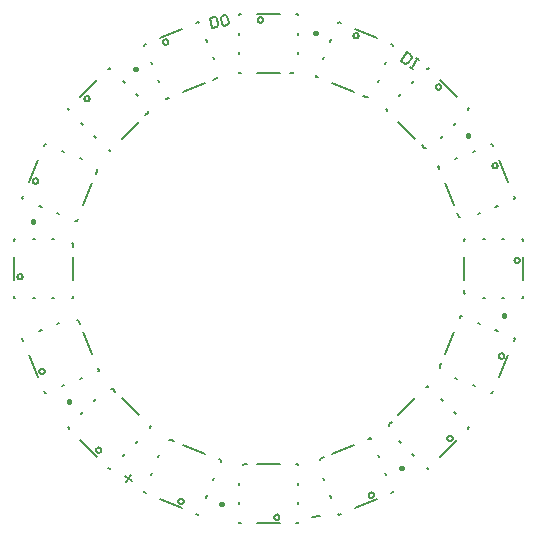
<source format=gto>
G75*
%MOIN*%
%OFA0B0*%
%FSLAX24Y24*%
%IPPOS*%
%LPD*%
%AMOC8*
5,1,8,0,0,1.08239X$1,22.5*
%
%ADD10C,0.0080*%
%ADD11C,0.0079*%
%ADD12C,0.0160*%
%ADD13C,0.0060*%
D10*
X002626Y003182D02*
X003182Y002626D01*
X003150Y002848D02*
X003152Y002866D01*
X003158Y002884D01*
X003167Y002900D01*
X003179Y002913D01*
X003194Y002924D01*
X003211Y002932D01*
X003229Y002936D01*
X003247Y002936D01*
X003265Y002932D01*
X003282Y002924D01*
X003297Y002913D01*
X003309Y002900D01*
X003318Y002884D01*
X003324Y002866D01*
X003326Y002848D01*
X003324Y002830D01*
X003318Y002812D01*
X003309Y002796D01*
X003297Y002783D01*
X003282Y002772D01*
X003265Y002764D01*
X003247Y002760D01*
X003229Y002760D01*
X003211Y002764D01*
X003194Y002772D01*
X003179Y002783D01*
X003167Y002796D01*
X003158Y002812D01*
X003152Y002830D01*
X003150Y002848D01*
X004045Y002653D02*
X004101Y002709D01*
X004491Y003099D02*
X004547Y003155D01*
X005256Y002674D02*
X005226Y002601D01*
X005015Y002092D02*
X004985Y002019D01*
X004354Y001824D02*
X004121Y001979D01*
X004160Y001785D02*
X004315Y002018D01*
X005290Y001211D02*
X006017Y000910D01*
X005895Y001137D02*
X005897Y001155D01*
X005903Y001173D01*
X005912Y001189D01*
X005924Y001202D01*
X005939Y001213D01*
X005956Y001221D01*
X005974Y001225D01*
X005992Y001225D01*
X006010Y001221D01*
X006027Y001213D01*
X006042Y001202D01*
X006054Y001189D01*
X006063Y001173D01*
X006069Y001155D01*
X006071Y001137D01*
X006069Y001119D01*
X006063Y001101D01*
X006054Y001085D01*
X006042Y001072D01*
X006027Y001061D01*
X006010Y001053D01*
X005992Y001049D01*
X005974Y001049D01*
X005956Y001053D01*
X005939Y001061D01*
X005924Y001072D01*
X005912Y001085D01*
X005903Y001101D01*
X005897Y001119D01*
X005895Y001137D01*
X006804Y001266D02*
X006834Y001339D01*
X007045Y001848D02*
X007075Y001921D01*
X007916Y001754D02*
X007916Y001676D01*
X007916Y001124D02*
X007916Y001046D01*
X008506Y000416D02*
X009294Y000416D01*
X009088Y000613D02*
X009090Y000631D01*
X009096Y000649D01*
X009105Y000665D01*
X009117Y000678D01*
X009132Y000689D01*
X009149Y000697D01*
X009167Y000701D01*
X009185Y000701D01*
X009203Y000697D01*
X009220Y000689D01*
X009235Y000678D01*
X009247Y000665D01*
X009256Y000649D01*
X009262Y000631D01*
X009264Y000613D01*
X009262Y000595D01*
X009256Y000577D01*
X009247Y000561D01*
X009235Y000548D01*
X009220Y000537D01*
X009203Y000529D01*
X009185Y000525D01*
X009167Y000525D01*
X009149Y000529D01*
X009132Y000537D01*
X009117Y000548D01*
X009105Y000561D01*
X009096Y000577D01*
X009090Y000595D01*
X009088Y000613D01*
X009884Y001046D02*
X009884Y001124D01*
X009884Y001676D02*
X009884Y001754D01*
X009294Y002384D02*
X008506Y002384D01*
X006770Y002729D02*
X006043Y003030D01*
X004574Y004018D02*
X004018Y004574D01*
X003155Y004547D02*
X003099Y004491D01*
X002709Y004101D02*
X002653Y004045D01*
X002092Y005015D02*
X002019Y004985D01*
X002601Y005226D02*
X002674Y005256D01*
X003030Y006043D02*
X002729Y006770D01*
X001921Y007075D02*
X001848Y007045D01*
X001339Y006834D02*
X001266Y006804D01*
X000910Y006017D02*
X001211Y005290D01*
X001260Y005474D02*
X001262Y005492D01*
X001268Y005510D01*
X001277Y005526D01*
X001289Y005539D01*
X001304Y005550D01*
X001321Y005558D01*
X001339Y005562D01*
X001357Y005562D01*
X001375Y005558D01*
X001392Y005550D01*
X001407Y005539D01*
X001419Y005526D01*
X001428Y005510D01*
X001434Y005492D01*
X001436Y005474D01*
X001434Y005456D01*
X001428Y005438D01*
X001419Y005422D01*
X001407Y005409D01*
X001392Y005398D01*
X001375Y005390D01*
X001357Y005386D01*
X001339Y005386D01*
X001321Y005390D01*
X001304Y005398D01*
X001289Y005409D01*
X001277Y005422D01*
X001268Y005438D01*
X001262Y005456D01*
X001260Y005474D01*
X001124Y007916D02*
X001046Y007916D01*
X000416Y008506D02*
X000416Y009294D01*
X001046Y009884D02*
X001124Y009884D01*
X001676Y009884D02*
X001754Y009884D01*
X002384Y009294D02*
X002384Y008506D01*
X001754Y007916D02*
X001676Y007916D01*
X000525Y008624D02*
X000527Y008642D01*
X000533Y008660D01*
X000542Y008676D01*
X000554Y008689D01*
X000569Y008700D01*
X000586Y008708D01*
X000604Y008712D01*
X000622Y008712D01*
X000640Y008708D01*
X000657Y008700D01*
X000672Y008689D01*
X000684Y008676D01*
X000693Y008660D01*
X000699Y008642D01*
X000701Y008624D01*
X000699Y008606D01*
X000693Y008588D01*
X000684Y008572D01*
X000672Y008559D01*
X000657Y008548D01*
X000640Y008540D01*
X000622Y008536D01*
X000604Y008536D01*
X000586Y008540D01*
X000569Y008548D01*
X000554Y008559D01*
X000542Y008572D01*
X000533Y008588D01*
X000527Y008606D01*
X000525Y008624D01*
X001848Y010755D02*
X001921Y010725D01*
X001339Y010966D02*
X001266Y010996D01*
X001049Y011817D02*
X001051Y011835D01*
X001057Y011853D01*
X001066Y011869D01*
X001078Y011882D01*
X001093Y011893D01*
X001110Y011901D01*
X001128Y011905D01*
X001146Y011905D01*
X001164Y011901D01*
X001181Y011893D01*
X001196Y011882D01*
X001208Y011869D01*
X001217Y011853D01*
X001223Y011835D01*
X001225Y011817D01*
X001223Y011799D01*
X001217Y011781D01*
X001208Y011765D01*
X001196Y011752D01*
X001181Y011741D01*
X001164Y011733D01*
X001146Y011729D01*
X001128Y011729D01*
X001110Y011733D01*
X001093Y011741D01*
X001078Y011752D01*
X001066Y011765D01*
X001057Y011781D01*
X001051Y011799D01*
X001049Y011817D01*
X000910Y011783D02*
X001211Y012510D01*
X002019Y012815D02*
X002092Y012785D01*
X002601Y012574D02*
X002674Y012544D01*
X003155Y013253D02*
X003099Y013309D01*
X002709Y013699D02*
X002653Y013755D01*
X002760Y014562D02*
X002762Y014580D01*
X002768Y014598D01*
X002777Y014614D01*
X002789Y014627D01*
X002804Y014638D01*
X002821Y014646D01*
X002839Y014650D01*
X002857Y014650D01*
X002875Y014646D01*
X002892Y014638D01*
X002907Y014627D01*
X002919Y014614D01*
X002928Y014598D01*
X002934Y014580D01*
X002936Y014562D01*
X002934Y014544D01*
X002928Y014526D01*
X002919Y014510D01*
X002907Y014497D01*
X002892Y014486D01*
X002875Y014478D01*
X002857Y014474D01*
X002839Y014474D01*
X002821Y014478D01*
X002804Y014486D01*
X002789Y014497D01*
X002777Y014510D01*
X002768Y014526D01*
X002762Y014544D01*
X002760Y014562D01*
X002626Y014618D02*
X003182Y015174D01*
X004045Y015147D02*
X004101Y015091D01*
X004491Y014701D02*
X004547Y014645D01*
X005256Y015126D02*
X005226Y015199D01*
X005015Y015708D02*
X004985Y015781D01*
X005386Y016452D02*
X005388Y016470D01*
X005394Y016488D01*
X005403Y016504D01*
X005415Y016517D01*
X005430Y016528D01*
X005447Y016536D01*
X005465Y016540D01*
X005483Y016540D01*
X005501Y016536D01*
X005518Y016528D01*
X005533Y016517D01*
X005545Y016504D01*
X005554Y016488D01*
X005560Y016470D01*
X005562Y016452D01*
X005560Y016434D01*
X005554Y016416D01*
X005545Y016400D01*
X005533Y016387D01*
X005518Y016376D01*
X005501Y016368D01*
X005483Y016364D01*
X005465Y016364D01*
X005447Y016368D01*
X005430Y016376D01*
X005415Y016387D01*
X005403Y016400D01*
X005394Y016416D01*
X005388Y016434D01*
X005386Y016452D01*
X005290Y016589D02*
X006017Y016890D01*
X006804Y016534D02*
X006834Y016461D01*
X007045Y015952D02*
X007075Y015879D01*
X007916Y016046D02*
X007916Y016124D01*
X007916Y016676D02*
X007916Y016754D01*
X008506Y017384D02*
X009294Y017384D01*
X009884Y016754D02*
X009884Y016676D01*
X009884Y016124D02*
X009884Y016046D01*
X009294Y015416D02*
X008506Y015416D01*
X006770Y015071D02*
X006043Y014770D01*
X004574Y013782D02*
X004018Y013226D01*
X003030Y011757D02*
X002729Y011030D01*
X008536Y017187D02*
X008538Y017205D01*
X008544Y017223D01*
X008553Y017239D01*
X008565Y017252D01*
X008580Y017263D01*
X008597Y017271D01*
X008615Y017275D01*
X008633Y017275D01*
X008651Y017271D01*
X008668Y017263D01*
X008683Y017252D01*
X008695Y017239D01*
X008704Y017223D01*
X008710Y017205D01*
X008712Y017187D01*
X008710Y017169D01*
X008704Y017151D01*
X008695Y017135D01*
X008683Y017122D01*
X008668Y017111D01*
X008651Y017103D01*
X008633Y017099D01*
X008615Y017099D01*
X008597Y017103D01*
X008580Y017111D01*
X008565Y017122D01*
X008553Y017135D01*
X008544Y017151D01*
X008538Y017169D01*
X008536Y017187D01*
X010755Y015952D02*
X010725Y015879D01*
X010966Y016461D02*
X010996Y016534D01*
X011729Y016663D02*
X011731Y016681D01*
X011737Y016699D01*
X011746Y016715D01*
X011758Y016728D01*
X011773Y016739D01*
X011790Y016747D01*
X011808Y016751D01*
X011826Y016751D01*
X011844Y016747D01*
X011861Y016739D01*
X011876Y016728D01*
X011888Y016715D01*
X011897Y016699D01*
X011903Y016681D01*
X011905Y016663D01*
X011903Y016645D01*
X011897Y016627D01*
X011888Y016611D01*
X011876Y016598D01*
X011861Y016587D01*
X011844Y016579D01*
X011826Y016575D01*
X011808Y016575D01*
X011790Y016579D01*
X011773Y016587D01*
X011758Y016598D01*
X011746Y016611D01*
X011737Y016627D01*
X011731Y016645D01*
X011729Y016663D01*
X011783Y016890D02*
X012510Y016589D01*
X012815Y015781D02*
X012785Y015708D01*
X012574Y015199D02*
X012544Y015126D01*
X013253Y014645D02*
X013309Y014701D01*
X013699Y015091D02*
X013755Y015147D01*
X014474Y014952D02*
X014476Y014970D01*
X014482Y014988D01*
X014491Y015004D01*
X014503Y015017D01*
X014518Y015028D01*
X014535Y015036D01*
X014553Y015040D01*
X014571Y015040D01*
X014589Y015036D01*
X014606Y015028D01*
X014621Y015017D01*
X014633Y015004D01*
X014642Y014988D01*
X014648Y014970D01*
X014650Y014952D01*
X014648Y014934D01*
X014642Y014916D01*
X014633Y014900D01*
X014621Y014887D01*
X014606Y014876D01*
X014589Y014868D01*
X014571Y014864D01*
X014553Y014864D01*
X014535Y014868D01*
X014518Y014876D01*
X014503Y014887D01*
X014491Y014900D01*
X014482Y014916D01*
X014476Y014934D01*
X014474Y014952D01*
X014618Y015174D02*
X015174Y014618D01*
X015147Y013755D02*
X015091Y013699D01*
X014701Y013309D02*
X014645Y013253D01*
X015126Y012544D02*
X015199Y012574D01*
X015708Y012785D02*
X015781Y012815D01*
X016364Y012326D02*
X016366Y012344D01*
X016372Y012362D01*
X016381Y012378D01*
X016393Y012391D01*
X016408Y012402D01*
X016425Y012410D01*
X016443Y012414D01*
X016461Y012414D01*
X016479Y012410D01*
X016496Y012402D01*
X016511Y012391D01*
X016523Y012378D01*
X016532Y012362D01*
X016538Y012344D01*
X016540Y012326D01*
X016538Y012308D01*
X016532Y012290D01*
X016523Y012274D01*
X016511Y012261D01*
X016496Y012250D01*
X016479Y012242D01*
X016461Y012238D01*
X016443Y012238D01*
X016425Y012242D01*
X016408Y012250D01*
X016393Y012261D01*
X016381Y012274D01*
X016372Y012290D01*
X016366Y012308D01*
X016364Y012326D01*
X016589Y012510D02*
X016890Y011783D01*
X016534Y010996D02*
X016461Y010966D01*
X015952Y010755D02*
X015879Y010725D01*
X016046Y009884D02*
X016124Y009884D01*
X016676Y009884D02*
X016754Y009884D01*
X017384Y009294D02*
X017384Y008506D01*
X016754Y007916D02*
X016676Y007916D01*
X016124Y007916D02*
X016046Y007916D01*
X015416Y008506D02*
X015416Y009294D01*
X015071Y011030D02*
X014770Y011757D01*
X013782Y013226D02*
X013226Y013782D01*
X011757Y014770D02*
X011030Y015071D01*
X017099Y009176D02*
X017101Y009194D01*
X017107Y009212D01*
X017116Y009228D01*
X017128Y009241D01*
X017143Y009252D01*
X017160Y009260D01*
X017178Y009264D01*
X017196Y009264D01*
X017214Y009260D01*
X017231Y009252D01*
X017246Y009241D01*
X017258Y009228D01*
X017267Y009212D01*
X017273Y009194D01*
X017275Y009176D01*
X017273Y009158D01*
X017267Y009140D01*
X017258Y009124D01*
X017246Y009111D01*
X017231Y009100D01*
X017214Y009092D01*
X017196Y009088D01*
X017178Y009088D01*
X017160Y009092D01*
X017143Y009100D01*
X017128Y009111D01*
X017116Y009124D01*
X017107Y009140D01*
X017101Y009158D01*
X017099Y009176D01*
X015952Y007045D02*
X015879Y007075D01*
X016461Y006834D02*
X016534Y006804D01*
X016575Y005983D02*
X016577Y006001D01*
X016583Y006019D01*
X016592Y006035D01*
X016604Y006048D01*
X016619Y006059D01*
X016636Y006067D01*
X016654Y006071D01*
X016672Y006071D01*
X016690Y006067D01*
X016707Y006059D01*
X016722Y006048D01*
X016734Y006035D01*
X016743Y006019D01*
X016749Y006001D01*
X016751Y005983D01*
X016749Y005965D01*
X016743Y005947D01*
X016734Y005931D01*
X016722Y005918D01*
X016707Y005907D01*
X016690Y005899D01*
X016672Y005895D01*
X016654Y005895D01*
X016636Y005899D01*
X016619Y005907D01*
X016604Y005918D01*
X016592Y005931D01*
X016583Y005947D01*
X016577Y005965D01*
X016575Y005983D01*
X016890Y006017D02*
X016589Y005290D01*
X015781Y004985D02*
X015708Y005015D01*
X015199Y005226D02*
X015126Y005256D01*
X014645Y004547D02*
X014701Y004491D01*
X015091Y004101D02*
X015147Y004045D01*
X014864Y003238D02*
X014866Y003256D01*
X014872Y003274D01*
X014881Y003290D01*
X014893Y003303D01*
X014908Y003314D01*
X014925Y003322D01*
X014943Y003326D01*
X014961Y003326D01*
X014979Y003322D01*
X014996Y003314D01*
X015011Y003303D01*
X015023Y003290D01*
X015032Y003274D01*
X015038Y003256D01*
X015040Y003238D01*
X015038Y003220D01*
X015032Y003202D01*
X015023Y003186D01*
X015011Y003173D01*
X014996Y003162D01*
X014979Y003154D01*
X014961Y003150D01*
X014943Y003150D01*
X014925Y003154D01*
X014908Y003162D01*
X014893Y003173D01*
X014881Y003186D01*
X014872Y003202D01*
X014866Y003220D01*
X014864Y003238D01*
X015174Y003182D02*
X014618Y002626D01*
X013755Y002653D02*
X013699Y002709D01*
X013309Y003099D02*
X013253Y003155D01*
X012544Y002674D02*
X012574Y002601D01*
X012785Y002092D02*
X012815Y002019D01*
X012238Y001348D02*
X012240Y001366D01*
X012246Y001384D01*
X012255Y001400D01*
X012267Y001413D01*
X012282Y001424D01*
X012299Y001432D01*
X012317Y001436D01*
X012335Y001436D01*
X012353Y001432D01*
X012370Y001424D01*
X012385Y001413D01*
X012397Y001400D01*
X012406Y001384D01*
X012412Y001366D01*
X012414Y001348D01*
X012412Y001330D01*
X012406Y001312D01*
X012397Y001296D01*
X012385Y001283D01*
X012370Y001272D01*
X012353Y001264D01*
X012335Y001260D01*
X012317Y001260D01*
X012299Y001264D01*
X012282Y001272D01*
X012267Y001283D01*
X012255Y001296D01*
X012246Y001312D01*
X012240Y001330D01*
X012238Y001348D01*
X012510Y001211D02*
X011783Y000910D01*
X010996Y001266D02*
X010966Y001339D01*
X010755Y001848D02*
X010725Y001921D01*
X011030Y002729D02*
X011757Y003030D01*
X013226Y004018D02*
X013782Y004574D01*
X014770Y006043D02*
X015071Y006770D01*
X010624Y000655D02*
X010350Y000600D01*
D11*
X009884Y000455D02*
X009884Y000416D01*
X009806Y000416D01*
X011222Y000720D02*
X011237Y000684D01*
X011310Y000714D01*
X012983Y001407D02*
X013056Y001437D01*
X013041Y001474D01*
X014172Y002236D02*
X014200Y002208D01*
X014256Y002264D01*
X015536Y003544D02*
X015592Y003600D01*
X015564Y003628D01*
X016326Y004759D02*
X016363Y004744D01*
X016393Y004817D01*
X017086Y006490D02*
X017116Y006563D01*
X017080Y006578D01*
X017345Y007916D02*
X017384Y007916D01*
X017384Y007994D01*
X017384Y009806D02*
X017384Y009884D01*
X017345Y009884D01*
X017080Y011222D02*
X017116Y011237D01*
X017086Y011310D01*
X016393Y012983D02*
X016363Y013056D01*
X016326Y013041D01*
X015564Y014172D02*
X015592Y014200D01*
X015536Y014256D01*
X014256Y015536D02*
X014200Y015592D01*
X014172Y015564D01*
X013041Y016326D02*
X013056Y016363D01*
X012983Y016393D01*
X011310Y017086D02*
X011237Y017116D01*
X011222Y017080D01*
X009884Y017345D02*
X009884Y017384D01*
X009806Y017384D01*
X007994Y017384D02*
X007916Y017384D01*
X007916Y017345D01*
X006578Y017080D02*
X006563Y017116D01*
X006490Y017086D01*
X004817Y016393D02*
X004744Y016363D01*
X004759Y016326D01*
X003628Y015564D02*
X003600Y015592D01*
X003544Y015536D01*
X002264Y014256D02*
X002208Y014200D01*
X002236Y014172D01*
X001474Y013041D02*
X001437Y013056D01*
X001407Y012983D01*
X000714Y011310D02*
X000684Y011237D01*
X000720Y011222D01*
X000455Y009884D02*
X000416Y009884D01*
X000416Y009806D01*
X000416Y007994D02*
X000416Y007916D01*
X000455Y007916D01*
X000720Y006578D02*
X000684Y006563D01*
X000714Y006490D01*
X001407Y004817D02*
X001437Y004744D01*
X001474Y004759D01*
X002236Y003628D02*
X002208Y003600D01*
X002264Y003544D01*
X003544Y002264D02*
X003600Y002208D01*
X003628Y002236D01*
X004759Y001474D02*
X004744Y001437D01*
X004817Y001407D01*
X006490Y000714D02*
X006563Y000684D01*
X006578Y000720D01*
X007916Y000455D02*
X007916Y000416D01*
X007994Y000416D01*
X008034Y002345D02*
X008073Y002384D01*
X008191Y002384D01*
X007316Y002503D02*
X007301Y002466D01*
X007316Y002503D02*
X007243Y002533D01*
X005752Y003151D02*
X005643Y003196D01*
X005591Y003174D01*
X004992Y003600D02*
X004936Y003656D01*
X004992Y003600D02*
X004964Y003572D01*
X003795Y004797D02*
X003711Y004881D01*
X003656Y004881D01*
X003256Y005497D02*
X003226Y005570D01*
X003256Y005497D02*
X003220Y005482D01*
X002608Y007061D02*
X002563Y007170D01*
X002511Y007192D01*
X002384Y007916D02*
X002384Y007994D01*
X002384Y007916D02*
X002345Y007916D01*
X002384Y009609D02*
X002384Y009727D01*
X002345Y009766D01*
X002503Y010484D02*
X002466Y010499D01*
X002503Y010484D02*
X002533Y010557D01*
X003151Y012048D02*
X003196Y012157D01*
X003174Y012209D01*
X003600Y012808D02*
X003656Y012864D01*
X003600Y012808D02*
X003572Y012836D01*
X004797Y014005D02*
X004881Y014089D01*
X004881Y014144D01*
X005497Y014544D02*
X005570Y014574D01*
X005497Y014544D02*
X005482Y014580D01*
X007061Y015192D02*
X007170Y015237D01*
X007192Y015289D01*
X007916Y015416D02*
X007994Y015416D01*
X007916Y015416D02*
X007916Y015455D01*
X009609Y015416D02*
X009727Y015416D01*
X009766Y015455D01*
X010484Y015297D02*
X010557Y015267D01*
X010484Y015297D02*
X010499Y015334D01*
X012048Y014649D02*
X012157Y014604D01*
X012209Y014626D01*
X012808Y014200D02*
X012864Y014144D01*
X012808Y014200D02*
X012836Y014228D01*
X014005Y013003D02*
X014089Y012919D01*
X014144Y012919D01*
X014544Y012303D02*
X014574Y012230D01*
X014544Y012303D02*
X014580Y012318D01*
X015192Y010739D02*
X015237Y010630D01*
X015289Y010608D01*
X015416Y009884D02*
X015416Y009806D01*
X015416Y009884D02*
X015455Y009884D01*
X015416Y008191D02*
X015416Y008073D01*
X015455Y008034D01*
X015297Y007316D02*
X015267Y007243D01*
X015297Y007316D02*
X015334Y007301D01*
X014649Y005752D02*
X014604Y005643D01*
X014626Y005591D01*
X014200Y004992D02*
X014144Y004936D01*
X014200Y004992D02*
X014228Y004964D01*
X013003Y003795D02*
X012919Y003711D01*
X012919Y003656D01*
X012303Y003256D02*
X012230Y003226D01*
X012303Y003256D02*
X012318Y003220D01*
X010739Y002608D02*
X010630Y002563D01*
X010608Y002511D01*
X009884Y002384D02*
X009806Y002384D01*
X009884Y002384D02*
X009884Y002345D01*
D12*
X007352Y001048D02*
X007328Y001052D01*
X002257Y004450D02*
X002243Y004470D01*
X001048Y010448D02*
X001052Y010472D01*
X004450Y015543D02*
X004470Y015557D01*
X010448Y016752D02*
X010472Y016748D01*
X015543Y013350D02*
X015557Y013330D01*
X016752Y007352D02*
X016748Y007328D01*
X013350Y002257D02*
X013330Y002243D01*
D13*
X013724Y015554D02*
X013629Y015616D01*
X013676Y015585D02*
X013865Y015868D01*
X013818Y015900D02*
X013912Y015837D01*
X013669Y015931D02*
X013543Y015742D01*
X013464Y015726D01*
X013323Y015821D01*
X013512Y016104D01*
X013653Y016010D01*
X013669Y015931D01*
X007576Y017087D02*
X007532Y017310D01*
X007465Y017354D01*
X007354Y017332D01*
X007309Y017265D01*
X007354Y017043D01*
X007420Y016998D01*
X007532Y017021D01*
X007576Y017087D01*
X007215Y017015D02*
X007171Y017238D01*
X007104Y017282D01*
X006937Y017249D01*
X007004Y016915D01*
X007171Y016948D01*
X007215Y017015D01*
M02*

</source>
